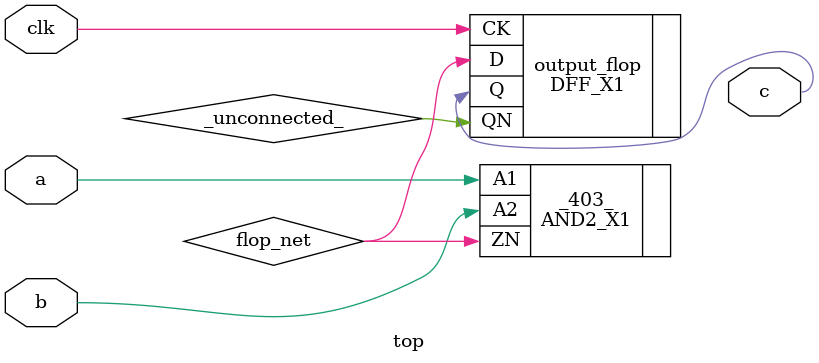
<source format=v>
/* Generated by Yosys 0.9+4052 (git sha1 5c1e6a0e, clang 7.0.1 -fPIC -Os) */

module top(clk, a, b, c);
  input clk;
  input a;
  input b;
  output c;
  
  wire flop_net;
  wire _unconnected_;

  AND2_X1 _403_ (
    .A1(a),
    .A2(b),
    .ZN(flop_net)
  );

  DFF_X1 output_flop (
    .CK(clk),
    .D(flop_net),
    .Q(c),
    .QN(_unconnected_)
  );

endmodule

</source>
